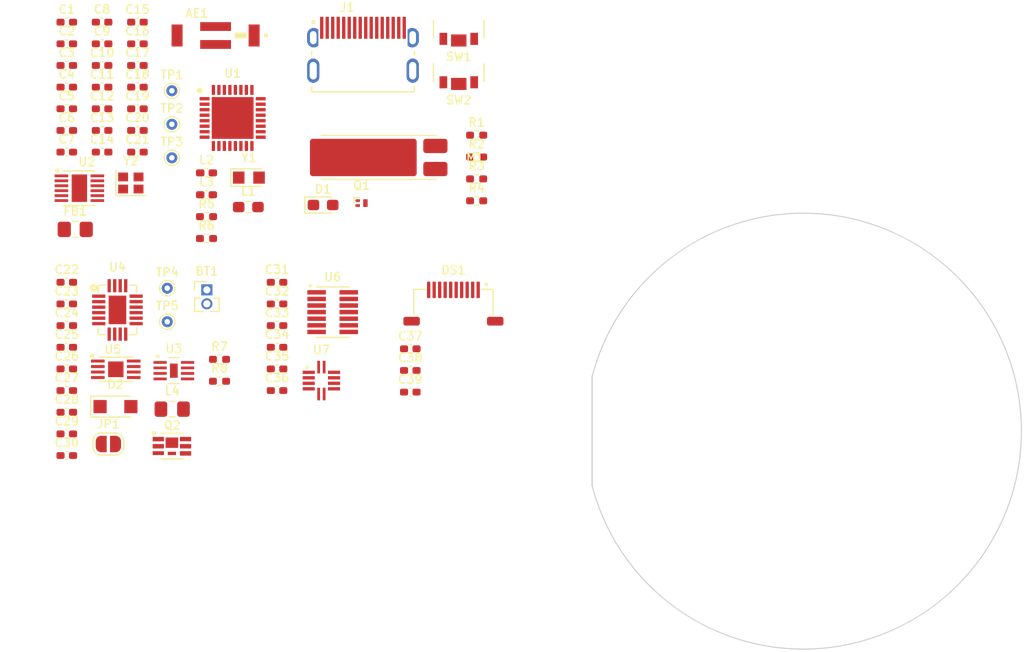
<source format=kicad_pcb>
(kicad_pcb (version 20221018) (generator pcbnew)
  (layers (0 "F.Cu" signal) (1 "In1.Cu" signal) (2 "In2.Cu" signal) (31 "B.Cu" signal) (34 "B.Paste" user) (35 "F.Paste" user) (36 "B.SilkS" user "B.Silkscreen") (37 "F.SilkS" user "F.Silkscreen") (38 "B.Mask" user) (39 "F.Mask" user) (44 "Edge.Cuts" user))
  (net 0 "")
  (net 1 "Net-(AE1-A)")
  (net 2 "/Power/VBAT")
  (net 3 "GND")
  (net 4 "VDD")
  (net 5 "VBUS")
  (net 6 "/Power/BOOST_VCC")
  (net 7 "/Power/STAT")
  (net 8 "/BLUENRG/VCAP")
  (net 9 "/BTN0")
  (net 10 "/BTN1")
  (net 11 "Net-(U1-VFBSD)")
  (net 12 "/BLUENRG/D_P")
  (net 13 "/BLUENRG/D_N")
  (net 14 "/MOTOR_PWM")
  (net 15 "/BLUENRG/USB_3V3")
  (net 16 "Net-(U1-AT3{slash}PB12{slash}XTALO)")
  (net 17 "Net-(U1-AT2{slash}PB13{slash}XTALI)")
  (net 18 "Net-(U1-RF1)")
  (net 19 "/BLUENRG/DISP_ON")
  (net 20 "/BLUENRG/DISP_SCLK")
  (net 21 "/BLUENRG/DISP_SDO")
  (net 22 "Net-(U2-VCC)")
  (net 23 "Net-(U4-SW1)")
  (net 24 "Net-(U4-BST1)")
  (net 25 "Net-(U4-BST2)")
  (net 26 "Net-(U4-SW2)")
  (net 27 "Net-(D2-K)")
  (net 28 "Net-(JP1-A)")
  (net 29 "Net-(U6-VREF)")
  (net 30 "Net-(U6-VLDO)")
  (net 32 "/BLUENRG/DISP_INVERT")
  (net 33 "Net-(U1-VLXSD)")
  (net 34 "Net-(J1-CC1)")
  (net 36 "Net-(J1-CC2)")
  (net 38 "Net-(L1-Pad2)")
  (net 39 "Net-(D1-A)")
  (net 40 "Net-(Q1-G)")
  (net 41 "Net-(U2-USBDM)")
  (net 42 "Net-(U2-USBDP)")
  (net 43 "/SCL")
  (net 44 "/SDA")
  (net 45 "Net-(U5-PROG)")
  (net 46 "Net-(U1-RSTN)")
  (net 47 "Net-(U1-PA3)")
  (net 48 "Net-(U1-PA2)")
  (net 53 "Net-(U4-PGOOD)")
  (net 67 "Net-(U1-OSCOUT)")
  (net 68 "Net-(U1-OSCIN)")
  (net 75 "/BLUENRG/RXD")
  (net 76 "/BLUENRG/~{CTS}")
  (net 77 "/BLUENRG/TXD")
  (net 78 "/BLUENRG/~{RTS}")
  (net 79 "/BLUENRG/~{BAT_ALRT}")
  (net 80 "/BLUENRG/HR_GPIO")
  (net 81 "/BLUENRG/HR_INT")
  (net 82 "/BLUENRG/ACC_INT1")
  (net 83 "/BLUENRG/ACC_INT2")
  (footprint "TestPoint:TestPoint_THTPad_D1.0mm_Drill0.5mm" (layer "F.Cu") (at 82.144 87)
    (fp_text reference "TP4" (at 0 -1.448) (layer "F.SilkS") (effects (font (size 0.762 0.762) (thickness 0.127))))
    (fp_text value "VDD")
    (pad "1" thru_hole circle (at 0 0) (size 1 1) (drill 0.5) (layers "*.Cu" "*.Mask") (net 28 "Net-(JP1-A)"))
  )
  (footprint "Capacitor_SMD:C_0402_1005Metric_Pad0.74x0.62mm_HandSolder" (layer "F.Cu") (at 92.124 94.34)
    (fp_text reference "C35" (at 0 -1.16) (layer "F.SilkS") (effects (font (size 0.762 0.762) (thickness 0.127))))
    (fp_text value "0.1u")
    (pad "1" smd roundrect (at -0.5675 0) (size 0.735 0.62) (layers "F.Cu" "F.Paste" "F.Mask") (net 4 "VDD"))
    (pad "2" smd roundrect (at 0.5675 0) (size 0.735 0.62) (layers "F.Cu" "F.Paste" "F.Mask") (net 3 "GND"))
  )
  (footprint "Capacitor_SMD:C_0402_1005Metric_Pad0.74x0.62mm_HandSolder" (layer "F.Cu") (at 73.014 62.8)
    (fp_text reference "C1" (at 0 -1.16) (layer "F.SilkS") (effects (font (size 0.762 0.762) (thickness 0.127))))
    (fp_text value "200nF")
    (pad "1" smd roundrect (at -0.5675 0) (size 0.735 0.62) (layers "F.Cu" "F.Paste" "F.Mask") (net 4 "VDD"))
    (pad "2" smd roundrect (at 0.5675 0) (size 0.735 0.62) (layers "F.Cu" "F.Paste" "F.Mask") (net 3 "GND"))
  )
  (footprint "Capacitor_SMD:C_0402_1005Metric_Pad0.74x0.62mm_HandSolder" (layer "F.Cu") (at 73.014 98.28)
    (fp_text reference "C28" (at 0 -1.16) (layer "F.SilkS") (effects (font (size 0.762 0.762) (thickness 0.127))))
    (fp_text value "4.7u")
    (pad "1" smd roundrect (at -0.5675 0) (size 0.735 0.62) (layers "F.Cu" "F.Paste" "F.Mask") (net 6 "/Power/BOOST_VCC"))
    (pad "2" smd roundrect (at 0.5675 0) (size 0.735 0.62) (layers "F.Cu" "F.Paste" "F.Mask") (net 3 "GND"))
  )
  (footprint "Inductor_SMD:L_0805_2012Metric_Pad1.15x1.40mm_HandSolder" (layer "F.Cu") (at 82.594 98)
    (fp_text reference "L4" (at 0 -1.65) (layer "F.SilkS") (effects (font (size 0.762 0.762) (thickness 0.127))))
    (fp_text value "4.7u")
    (pad "1" smd roundrect (at -1.025 0) (size 1.15 1.4) (layers "F.Cu" "F.Paste" "F.Mask") (roundrect_rratio 0.217391) (net 23 "Net-(U4-SW1)"))
    (pad "2" smd roundrect (at 1.025 0) (size 1.15 1.4) (layers "F.Cu" "F.Paste" "F.Mask") (roundrect_rratio 0.217391) (net 26 "Net-(U4-SW2)"))
  )
  (footprint "Capacitor_SMD:C_0402_1005Metric_Pad0.74x0.62mm_HandSolder" (layer "F.Cu") (at 79.434 64.77)
    (fp_text reference "C16" (at 0 -1.16) (layer "F.SilkS") (effects (font (size 0.762 0.762) (thickness 0.127))))
    (fp_text value "100nF")
    (pad "1" smd roundrect (at -0.5675 0) (size 0.735 0.62) (layers "F.Cu" "F.Paste" "F.Mask") (net 15 "/BLUENRG/USB_3V3"))
    (pad "2" smd roundrect (at 0.5675 0) (size 0.735 0.62) (layers "F.Cu" "F.Paste" "F.Mask") (net 3 "GND"))
  )
  (footprint "watch:MAX17048G&plus_" (layer "F.Cu") (at 82.744 94.5)
    (fp_text reference "U3" (at 0 -2) (layer "F.SilkS") (effects (font (size 0.762 0.762) (thickness 0.127))))
    (fp_text value "MAX17048G+")
    (pad "1" smd rect (at -1.24885 -0.750001) (size 1.2023 0.254) (layers "F.Cu" "F.Paste" "F.Mask") (net 3 "GND"))
    (pad "2" smd rect (at -1.24885 -0.25) (size 1.2023 0.254) (layers "F.Cu" "F.Paste" "F.Mask") (net 2 "/Power/VBAT"))
    (pad "3" smd rect (at -1.24885 0.25) (size 1.2023 0.254) (layers "F.Cu" "F.Paste" "F.Mask") (net 2 "/Power/VBAT"))
    (pad "4" smd rect (at -1.24885 0.750001) (size 1.2023 0.254) (layers "F.Cu" "F.Paste" "F.Mask") (net 3 "GND"))
    (pad "5" smd rect (at 1.24885 0.750001) (size 1.2023 0.254) (layers "F.Cu" "F.Paste" "F.Mask") (net 79 "/BLUENRG/~{BAT_ALRT}"))
    (pad "6" smd rect (at 1.24885 0.25) (size 1.2023 0.254) (layers "F.Cu" "F.Paste" "F.Mask") (net 3 "GND"))
    (pad "7" smd rect (at 1.24885 -0.25) (size 1.2023 0.254) (layers "F.Cu" "F.Paste" "F.Mask") (net 43 "/SCL"))
    (pad "8" smd rect (at 1.24885 -0.749998) (size 1.2023 0.253994) (layers "F.Cu" "F.Paste" "F.Mask") (net 44 "/SDA"))
    (pad "9" smd rect (at 0 0) (size 0.7 1.2954) (layers "F.Cu" "F.Paste" "F.Mask") (net 3 "GND"))
  )
  (footprint "Capacitor_SMD:C_0402_1005Metric_Pad0.74x0.62mm_HandSolder" (layer "F.Cu") (at 76.224 72.65)
    (fp_text reference "C13" (at 0 -1.16) (layer "F.SilkS") (effects (font (size 0.762 0.762) (thickness 0.127))))
    (fp_text value "10nF")
    (pad "1" smd roundrect (at -0.5675 0) (size 0.735 0.62) (layers "F.Cu" "F.Paste" "F.Mask") (net 5 "VBUS"))
    (pad "2" smd roundrect (at 0.5675 0) (size 0.735 0.62) (layers "F.Cu" "F.Paste" "F.Mask") (net 3 "GND"))
  )
  (footprint "Resistor_SMD:R_0402_1005Metric_Pad0.72x0.64mm_HandSolder" (layer "F.Cu") (at 110.264 77.06)
    (fp_text reference "R3" (at 0 -1.17) (layer "F.SilkS") (effects (font (size 0.762 0.762) (thickness 0.127))))
    (fp_text value "220")
    (pad "1" smd roundrect (at -0.5975 0) (size 0.715 0.64) (layers "F.Cu" "F.Paste" "F.Mask") (net 14 "/MOTOR_PWM"))
    (pad "2" smd roundrect (at 0.5975 0) (size 0.715 0.64) (layers "F.Cu" "F.Paste" "F.Mask") (net 40 "Net-(Q1-G)"))
  )
  (footprint "Capacitor_SMD:C_0402_1005Metric_Pad0.74x0.62mm_HandSolder" (layer "F.Cu") (at 73.014 102.22)
    (fp_text reference "C30" (at 0 -1.16) (layer "F.SilkS") (effects (font (size 0.762 0.762) (thickness 0.127))))
    (fp_text value "4.7u")
    (pad "1" smd roundrect (at -0.5675 0) (size 0.735 0.62) (layers "F.Cu" "F.Paste" "F.Mask") (net 2 "/Power/VBAT"))
    (pad "2" smd roundrect (at 0.5675 0) (size 0.735 0.62) (layers "F.Cu" "F.Paste" "F.Mask") (net 3 "GND"))
  )
  (footprint "Resistor_SMD:R_0402_1005Metric_Pad0.72x0.64mm_HandSolder" (layer "F.Cu") (at 110.264 79.05)
    (fp_text reference "R4" (at 0 -1.17) (layer "F.SilkS") (effects (font (size 0.762 0.762) (thickness 0.127))))
    (fp_text value "10k")
    (pad "1" smd roundrect (at -0.5975 0) (size 0.715 0.64) (layers "F.Cu" "F.Paste" "F.Mask") (net 40 "Net-(Q1-G)"))
    (pad "2" smd roundrect (at 0.5975 0) (size 0.715 0.64) (layers "F.Cu" "F.Paste" "F.Mask") (net 3 "GND"))
  )
  (footprint "Capacitor_SMD:C_0402_1005Metric_Pad0.74x0.62mm_HandSolder" (layer "F.Cu") (at 73.014 92.37)
    (fp_text reference "C25" (at 0 -1.16) (layer "F.SilkS") (effects (font (size 0.762 0.762) (thickness 0.127))))
    (fp_text value "47u")
    (pad "1" smd roundrect (at -0.5675 0) (size 0.735 0.62) (layers "F.Cu" "F.Paste" "F.Mask") (net 27 "Net-(D2-K)"))
    (pad "2" smd roundrect (at 0.5675 0) (size 0.735 0.62) (layers "F.Cu" "F.Paste" "F.Mask") (net 3 "GND"))
  )
  (footprint "Capacitor_SMD:C_0402_1005Metric_Pad0.74x0.62mm_HandSolder" (layer "F.Cu") (at 73.014 74.62)
    (fp_text reference "C7" (at 0 -1.16) (layer "F.SilkS") (effects (font (size 0.762 0.762) (thickness 0.127))))
    (fp_text value "200nF")
    (pad "1" smd roundrect (at -0.5675 0) (size 0.735 0.62) (layers "F.Cu" "F.Paste" "F.Mask") (net 8 "/BLUENRG/VCAP"))
    (pad "2" smd roundrect (at 0.5675 0) (size 0.735 0.62) (layers "F.Cu" "F.Paste" "F.Mask") (net 3 "GND"))
  )
  (footprint "Capacitor_SMD:C_0402_1005Metric_Pad0.74x0.62mm_HandSolder" (layer "F.Cu") (at 73.014 88.43)
    (fp_text reference "C23" (at 0 -1.16) (layer "F.SilkS") (effects (font (size 0.762 0.762) (thickness 0.127))))
    (fp_text value "22n")
    (pad "1" smd roundrect (at -0.5675 0) (size 0.735 0.62) (layers "F.Cu" "F.Paste" "F.Mask") (net 23 "Net-(U4-SW1)"))
    (pad "2" smd roundrect (at 0.5675 0) (size 0.735 0.62) (layers "F.Cu" "F.Paste" "F.Mask") (net 24 "Net-(U4-BST1)"))
  )
  (footprint "Diode_SMD:D_0603_1608Metric_Pad1.05x0.95mm_HandSolder" (layer "F.Cu") (at 96.309 79.43)
    (fp_text reference "D1" (at 0 -1.43) (layer "F.SilkS") (effects (font (size 0.762 0.762) (thickness 0.127))))
    (fp_text value "D")
    (pad "1" smd roundrect (at -0.875 0) (size 1.05 0.95) (layers "F.Cu" "F.Paste" "F.Mask") (net 4 "VDD"))
    (pad "2" smd roundrect (at 0.875 0) (size 1.05 0.95) (layers "F.Cu" "F.Paste" "F.Mask") (net 39 "Net-(D1-A)"))
  )
  (footprint "Crystal:Crystal_SMD_2016-4Pin_2.0x1.6mm" (layer "F.Cu") (at 78.834 77.43)
    (fp_text reference "Y2" (at 0 -2) (layer "F.SilkS") (effects (font (size 0.762 0.762) (thickness 0.127))))
    (fp_text value "Crystal_Small")
    (pad "1" smd rect (at -0.7 0.55) (size 0.9 0.8) (layers "F.Cu" "F.Paste" "F.Mask") (net 67 "Net-(U1-OSCOUT)"))
    (pad "2" smd rect (at 0.7 0.55) (size 0.9 0.8) (layers "F.Cu" "F.Paste" "F.Mask") (net 68 "Net-(U1-OSCIN)"))
    (pad "3" smd rect (at 0.7 -0.55) (size 0.9 0.8) (layers "F.Cu" "F.Paste" "F.Mask"))
    (pad "4" smd rect (at -0.7 -0.55) (size 0.9 0.8) (layers "F.Cu" "F.Paste" "F.Mask"))
  )
  (footprint "watch:VZ43FC1B5640005L" (layer "F.Cu") (at 105.114 75.11)
    (fp_text reference "M1" (at 5 0 unlocked) (layer "F.SilkS") (effects (font (size 0.762 0.762) (thickness 0.127) bold)))
    (fp_text value "VZ43FC1B5640005L")
    (pad "1" smd roundrect (at 1.4 -1.05) (size 2.2 1.3) (layers "F.Cu" "F.Paste" "F.Mask") (roundrect_rratio 0.1923076923) (net 4 "VDD"))
    (pad "2" smd roundrect (at 1.4 1.05) (size 2.2 1.3) (layers "F.Cu" "F.Paste" "F.Mask") (roundrect_rratio 0.1923076923) (net 39 "Net-(D1-A)"))
    (pad "MT" smd roundrect (at -5.15 0) (size 9.7 3.4) (layers "F.Cu" "F.Paste" "F.Mask") (roundrect_rratio 0.07352941176))
  )
  (footprint "Capacitor_SMD:C_0402_1005Metric_Pad0.74x0.62mm_HandSolder" (layer "F.Cu") (at 92.124 90.4)
    (fp_text reference "C33" (at 0 -1.16) (layer "F.SilkS") (effects (font (size 0.762 0.762) (thickness 0.127))))
    (fp_text value "1u")
    (pad "1" smd roundrect (at -0.5675 0) (size 0.735 0.62) (layers "F.Cu" "F.Paste" "F.Mask") (net 3 "GND"))
    (pad "2" smd roundrect (at 0.5675 0) (size 0.735 0.62) (layers "F.Cu" "F.Paste" "F.Mask") (net 29 "Net-(U6-VREF)"))
  )
  (footprint "Capacitor_SMD:C_0402_1005Metric_Pad0.74x0.62mm_HandSolder" (layer "F.Cu") (at 76.224 66.74)
    (fp_text reference "C10" (at 0 -1.16) (layer "F.SilkS") (effects (font (size 0.762 0.762) (thickness 0.127))))
    (fp_text value "4.7uF")
    (pad "1" smd roundrect (at -0.5675 0) (size 0.735 0.62) (layers "F.Cu" "F.Paste" "F.Mask") (net 11 "Net-(U1-VFBSD)"))
    (pad "2" smd roundrect (at 0.5675 0) (size 0.735 0.62) (layers "F.Cu" "F.Paste" "F.Mask") (net 3 "GND"))
  )
  (footprint "Capacitor_SMD:C_0402_1005Metric_Pad0.74x0.62mm_HandSolder" (layer "F.Cu") (at 73.014 90.4)
    (fp_text reference "C24" (at 0 -1.16) (layer "F.SilkS") (effects (font (size 0.762 0.762) (thickness 0.127))))
    (fp_text value "22n")
    (pad "1" smd roundrect (at -0.5675 0) (size 0.735 0.62) (layers "F.Cu" "F.Paste" "F.Mask") (net 25 "Net-(U4-BST2)"))
    (pad "2" smd roundrect (at 0.5675 0) (size 0.735 0.62) (layers "F.Cu" "F.Paste" "F.Mask") (net 26 "Net-(U4-SW2)"))
  )
  (footprint "TestPoint:TestPoint_THTPad_D1.0mm_Drill0.5mm" (layer "F.Cu") (at 82.564 75.14)
    (fp_text reference "TP3" (at 0 -1.448) (layer "F.SilkS") (effects (font (size 0.762 0.762) (thickness 0.127))))
    (fp_text value "SWDIO")
    (pad "1" thru_hole circle (at 0 0) (size 1 1) (drill 0.5) (layers "*.Cu" "*.Mask") (net 48 "Net-(U1-PA2)"))
  )
  (footprint "Diode_SMD:Nexperia_CFP3_SOD-123W" (layer "F.Cu") (at 77.439 97.77)
    (fp_text reference "D2" (at 0 -2) (layer "F.SilkS") (effects (font (size 0.762 0.762) (thickness 0.127))))
    (fp_text value "PMEG10020AELR")
    (pad "1" smd rect (at -1.4 0) (size 1.2 1.2) (layers "F.Cu" "F.Paste" "F.Mask") (net 27 "Net-(D2-K)"))
    (pad "2" smd rect (at 1.4 0) (size 1.2 1.2) (layers "F.Cu" "F.Paste" "F.Mask") (net 5 "VBUS"))
  )
  (footprint "watch:BLUERNG-332" (layer "F.Cu") (at 88.089 71.515)
    (fp_text reference "U1" (at 0 -4.064) (layer "F.SilkS") (effects (font (size 0.762 0.762) (thickness 0.127) bold)))
    (fp_text value "BLUENRG-LPS" hide)
    (pad "1" smd rect (at -2.55 -1.75 90) (size 0.3 0.9) (layers "F.Cu" "F.Paste" "F.Mask"))
    (pad "2" smd rect (at -2.55 -1.25 90) (size 0.3 0.9) (layers "F.Cu" "F.Paste" "F.Mask"))
    (pad "3" smd rect (at -2.55 -0.75 90) (size 0.3 0.9) (layers "F.Cu" "F.Paste" "F.Mask"))
    (pad "4" smd rect (at -2.55 -0.25 90) (size 0.3 0.9) (layers "F.Cu" "F.Paste" "F.Mask"))
    (pad "5" smd rect (at -2.55 0.25 90) (size 0.3 0.9) (layers "F.Cu" "F.Paste" "F.Mask") (net 47 "Net-(U1-PA3)"))
    (pad "6" smd rect (at -2.55 0.75 90) (size 0.3 0.9) (layers "F.Cu" "F.Paste" "F.Mask") (net 48 "Net-(U1-PA2)"))
    (pad "7" smd rect (at -2.55 1.25 90) (size 0.3 0.9) (layers "F.Cu" "F.Paste" "F.Mask"))
    (pad "8" smd rect (at -2.55 1.75 90) (size 0.3 0.9) (layers "F.Cu" "F.Paste" "F.Mask"))
    (pad "9" smd rect (at -1.75 2.55) (size 0.3 0.9) (layers "F.Cu" "F.Paste" "F.Mask"))
    (pad "10" smd rect (at -1.25 2.55) (size 0.3 0.9) (layers "F.Cu" "F.Paste" "F.Mask"))
    (pad "11" smd rect (at -0.75 2.55) (size 0.3 0.9) (layers "F.Cu" "F.Paste" "F.Mask"))
    (pad "12" smd rect (at -0.25 2.55) (size 0.3 0.9) (layers "F.Cu" "F.Paste" "F.Mask"))
    (pad "13" smd rect (at 0.25 2.55) (size 0.3 0.9) (layers "F.Cu" "F.Paste" "F.Mask") (net 4 "VDD"))
    (pad "14" smd rect (at 0.75 2.55) (size 0.3 0.9) (layers "F.Cu" "F.Paste" "F.Mask") (net 18 "Net-(U1-RF1)"))
    (pad "15" smd rect (at 1.25 2.55) (size 0.3 0.9) (layers "F.Cu" "F.Paste" "F.Mask") (net 4 "VDD"))
    (pad "16" smd rect (at 1.75 2.55) (size 0.3 0.9) (layers "F.Cu" "F.Paste" "F.Mask") (net 67 "Net-(U1-OSCOUT)"))
    (pad "17" smd rect (at 2.55 1.75 90) (size 0.3 0.9) (layers "F.Cu" "F.Paste" "F.Mask") (net 68 "Net-(U1-OSCIN)"))
    (pad "18" smd rect (at 2.55 1.25 90) (size 0.3 0.9) (layers "F.Cu" "F.Paste" "F.Mask"))
    (pad "19" smd rect (at 2.55 0.75 90) (size 0.3 0.9) (layers "F.Cu" "F.Paste" "F.Mask"))
    (pad "20" smd rect (at 2.55 0.25 90) (size 0.3 0.9) (layers "F.Cu" "F.Paste" "F.Mask") (net 17 "Net-(U1-AT2{slash}PB13{slash}XTALI)"))
    (pad "21" smd rect (at 2.55 -0.25 90) (size 0.3 0.9) (layers "F.Cu" "F.Paste" "F.Mask") (net 16 "Net-(U1-AT3{slash}PB12{slash}XTALO)"))
    (pad "22" smd rect (at 2.55 -0.75 90) (size 0.3 0.9) (layers "F.Cu" "F.Paste" "F.Mask"))
    (pad "23" smd rect (at 2.55 -1.25 90) (size 0.3 0.9) (layers "F.Cu" "F.Paste" "F.Mask"))
    (pad "24" smd rect (at 2.55 -1.75 90) (size 0.3 0.9) (layers "F.Cu" "F.Paste" "F.Mask") (net 4 "VDD"))
    (pad "25" smd rect (at 1.75 -2.55) (size 0.3 0.9) (layers "F.Cu" "F.Paste" "F.Mask") (net 33 "Net-(U1-VLXSD)"))
    (pad "26" smd rect (at 1.25 -2.55) (size 0.3 0.9) (layers "F.Cu" "F.Paste" "F.Mask") (net 3 "GND"))
    (pad "27" smd rect (at 0.75 -2.55) (size 0.3 0.9) (layers "F.Cu" "F.Paste" "F.Mask") (net 11 "Net-(U1-VFBSD)"))
    (pad "28" smd rect (at 0.25 -2.55) (size 0.3 0.9) (layers "F.Cu" "F.Paste" "F.Mask") (net 8 "/BLUENRG/VCAP"))
    (pad "29" smd rect (at -0.25 -2.55) (size 0.3 0.9) (layers "F.Cu" "F.Paste" "F.Mask") (net 46 "Net-(U1-RSTN)"))
    (pad "30" smd rect (at -0.75 -2.55) (size 0.3 0.9) (layers "F.Cu" "F.Paste" "F.Mask"))
    (pad "31" smd rect (at -1.25 -2.55) (size 0.3 0.9) (layers "F.Cu" "F.Paste" "F.Mask"))
    (pad "32" smd rect (at -1.75 -2.55) (size 0.3 0.9) (layers "F.Cu" "F.Paste" "F.Mask") (net 4 "VDD"))
    (pad "33" smd rect (at 0 0) (size 3.8 3.8) (layers "F.Cu" "F.Paste" "F.Mask") (net 3 "GND"))
  )
  (footprint "Resistor_SMD:R_0402_1005Metric_Pad0.72x0.64mm_HandSolder" (layer "F.Cu") (at 110.264 73.08)
    (fp_text reference "R1" (at 0 -1.17) (layer "F.SilkS") (effects (font (size 0.762 0.762) (thickness 0.127))))
    (fp_text value "5.1k")
    (pad "1" smd roundrect (at -0.5975 0) (size 0.715 0.64) (layers "F.Cu" "F.Paste" "F.Mask") (net 34 "Net-(J1-CC1)"))
    (pad "2" smd roundrect (at 0.5975 0) (size 0.715 0.64) (layers "F.Cu" "F.Paste" "F.Mask") (net 3 "GND"))
  )
  (footprint "watch:SW_TL6340AF160Q" (layer "F.Cu") (at 108.639 63.34)
    (fp_text reference "SW1" (at 0 2.6 unlocked) (layer "F.SilkS") (effects (font (size 0.762 0.762) (thickness 0.127) bold)))
    (fp_text value "TL6340AF160Q")
    (pad "" np_thru_hole circle (at -1.825 -0.37) (size 0.5 0.5) (drill 0.6) (layers "F.Cu" "F.Mask"))
    (pad "" np_thru_hole circle (at 1.825 -0.37) (size 0.5 0.5) (drill 0.6) (layers "F.Cu" "F.Mask"))
    (pad "1" smd rect (at -1.4 0.98) (size 0.7 1.1) (layers "F.Cu" "F.Paste" "F.Mask") (net 9 "/BTN0"))
    (pad "2" smd rect (at 1.4 0.98) (size 0.7 1.1) (layers "F.Cu" "F.Paste" "F.Mask") (net 3 "GND"))
    (pad "MT" smd rect (at 0 1.13) (size 1.4 1.1) (layers "F.Cu" "F.Paste" "F.Mask"))
  )
  (footprint "watch:SW_TL6340AF160Q" (layer "F.Cu") (at 108.639 67.29)
    (fp_text reference "SW2" (at 0 2.6 unlocked) (layer "F.SilkS") (effects (font (size 0.762 0.762) (thickness 0.127) bold)))
    (fp_text value "TL6340AF160Q")
    (pad "" np_thru_hole circle (at -1.825 -0.37) (size 0.5 0.5) (drill 0.6) (layers "F.Cu" "F.Mask"))
    (pad "" np_thru_hole circle (at 1.825 -0.37) (size 0.5 0.5) (drill 0.6) (layers "F.Cu" "F.Mask"))
    (pad "1" smd rect (at -1.4 0.98) (size 0.7 1.1) (layers "F.Cu" "F.Paste" "F.Mask") (net 10 "/BTN1"))
    (pad "2" smd rect (at 1.4 0.98) (size 0.7 1.1) (layers "F.Cu" "F.Paste" "F.Mask") (net 3 "GND"))
    (pad "MT" smd rect (at 0 1.13) (size 1.4 1.1) (layers "F.Cu" "F.Paste" "F.Mask"))
  )
  (footprint "watch:TRANS_SSM6J501NU,LF" (layer "F.Cu") (at 82.569 101.375)
    (fp_text reference "Q2" (at 0.032 -1.9064) (layer "F.SilkS") (effects (font (size 0.762 0.762) (thickness 0.127))))
    (fp_text value "SSM6J501NU")
    (pad "1" smd rect (at -1.2375 -0.65) (size 1.025 0.4) (layers "F.Cu" "F.Paste" "F.Mask") (net 2 "/Power/VBAT"))
    (pad "1" smd rect (at -1.2375 0) (size 1.025 0.4) (layers "F.Cu" "F.Paste" "F.Mask") (net 2 "/Power/VBAT"))
    (pad "1" smd rect (at 0 -0.325) (size 1.15 0.95) (layers "F.Cu" "F.Paste" "F.Mask") (net 2 "/Power/VBAT"))
    (pad "1" smd rect (at 1.2375 -0.65 180) (size 1.025 0.4) (layers "F.Cu" "F.Paste" "F.Mask") (net 2 "/Power/VBAT"))
    (pad "1" smd rect (at 1.2375 0 180) (size 1.025 0.4) (layers "F.Cu" "F.Paste" "F.Mask") (net 2 "/Power/VBAT"))
    (pad "2" smd rect (at -1.2375 0.625) (size 1.025 0.35) (layers "F.Cu" "F.Paste" "F.Mask") (net 5 "VBUS"))
    (pad "3" smd rect (at 0 0.65) (size 0.75 0.3) (layers "F.Cu" "F.Paste" "F.Mask") (net 27 "Net-(D2-K)"))
    (pad "3" smd rect (at 1.2375 0.65 180) (size 1.025 0.4) (layers "F.Cu" "F.Paste" "F.Mask") (net 27 "Net-(D2-K)"))
  )
  (footprint "Capacitor_SMD:C_0402_1005Metric_Pad0.74x0.62mm_HandSolder" (layer "F.Cu") (at 92.124 92.37)
    (fp_text reference "C34" (at 0 -1.16) (layer "F.SilkS") (effects (font (size 0.762 0.762) (thickness 0.127))))
    (fp_text value "0.1u")
    (pad "1" smd roundrect (at -0.5675 0) (size 0.735 0.62) (layers "F.Cu" "F.Paste" "F.Mask") (net 4 "VDD"))
    (pad "2" smd roundrect (at 0.5675 0) (size 0.735 0.62) (layers "F.Cu" "F.Paste" "F.Mask") (net 3 "GND"))
  )
  (footprint "watch:SON45P300X300X80-13N" (layer "F.Cu") (at 74.159 77.905)
    (fp_text reference "U2" (at 0.675 -2.385) (layer "F.SilkS") (effects (font (size 0.762 0.762) (thickness 0.127))))
    (fp_text value "FT234XD-R" hide)
    (pad "1" smd roundrect (at -1.6325 -1.125) (size 1.235 0.25) (layers "F.Cu" "F.Paste" "F.Mask") (roundrect_rratio 0.03) (net 41 "Net-(U2-USBDM)"))
    (pad "2" smd roundrect (at -1.6325 -0.675) (size 1.235 0.25) (layers "F.Cu" "F.Paste" "F.Mask") (roundrect_rratio 0.03) (net 15 "/BLUENRG/USB_3V3"))
    (pad "3" smd roundrect (at -1.6325 -0.225) (size 1.235 0.25) (layers "F.Cu" "F.Paste" "F.Mask") (roundrect_rratio 0.03) (net 15 "/BLUENRG/USB_3V3"))
    (pad "4" smd roundrect (at -1.6325 0.225) (size 1.235 0.25) (layers "F.Cu" "F.Paste" "F.Mask") (roundrect_rratio 0.03) (net 22 "Net-(U2-VCC)"))
    (pad "5" smd roundrect (at -1.6325 0.675) (size 1.235 0.25) (layers "F.Cu" "F.Paste" "F.Mask") (roundrect_rratio 0.03) (net 3 "GND"))
    (pad "6" smd roundrect (at -1.6325 1.125) (size 1.235 0.25) (layers "F.Cu" "F.Paste" "F.Mask") (roundrect_rratio 0.03))
    (pad "7" smd roundrect (at 1.6325 1.125) (size 1.235 0.25) (layers "F.Cu" "F.Paste" "F.Mask") (roundrect_rratio 0.03) (net 75 "/BLUENRG/RXD"))
    (pad "8" smd roundrect (at 1.6325 0.675) (size 1.235 0.25) (layers "F.Cu" "F.Paste" "F.Mask") (roundrect_rratio 0.03) (net 76 "/BLUENRG/~{CTS}"))
    (pad "9" smd roundrect (at 1.6325 0.225) (size 1.235 0.25) (layers "F.Cu" "F.Paste" "F.Mask") (roundrect_rratio 0.03) (net 15 "/BLUENRG/USB_3V3"))
    (pad "10" smd roundrect (at 1.6325 -0.225) (size 1.235 0.25) (layers "F.Cu" "F.Paste" "F.Mask") (roundrect_rratio 0.03) (net 77 "/BLUENRG/TXD"))
    (pad "11" smd roundrect (at 1.6325 -0.675) (size 1.235 0.25) (layers "F.Cu" "F.Paste" "F.Mask") (roundrect_rratio 0.03) (net 78 "/BLUENRG/~{RTS}"))
    (pad "12" smd roundrect (at 1.6325 -1.125) (size 1.235 0.25) (layers "F.Cu" "F.Paste" "F.Mask") (roundrect_rratio 0.03) (net 42 "Net-(U2-USBDP)"))
    (pad "13" smd rect (at 0 0) (size 1.4 2.5) (layers "F.Cu" "F.Mask") (net 3 "GND"))
  )
  (footprint "Capacitor_SMD:C_0402_1005Metric_Pad0.74x0.62mm_HandSolder" (layer "F.Cu") (at 73.014 64.77)
    (fp_text reference "C2" (at 0 -1.16) (layer "F.SilkS") (effects (font (size 0.762 0.762) (thickness 0.127))))
    (fp_text value "200nF")
    (pad "1" smd roundrect (at -0.5675 0) (size 0.735 0.62) (layers "F.Cu" "F.Paste" "F.Mask") (net 4 "VDD"))
    (pad "2" smd roundrect (at 0.5675 0) (size 0.735 0.62) (layers "F.Cu" "F.Paste" "F.Mask") (net 3 "GND"))
  )
  (footprint "Capacitor_SMD:C_0402_1005Metric_Pad0.74x0.62mm_HandSolder" (layer "F.Cu") (at 73.014 96.31)
    (fp_text reference "C27" (at 0 -1.16) (layer "F.SilkS") (effects (font (size 0.762 0.762) (thickness 0.127))))
    (fp_text value "33u")
    (pad "1" smd roundrect (at -0.5675 0) (size 0.735 0.62) (layers "F.Cu" "F.Paste" "F.Mask") (net 28 "Net-(JP1-A)"))
    (pad "2" smd roundrect (at 0.5675 0) (size 0.735 0.62) (layers "F.Cu" "F.Paste" "F.Mask") (net 3 "GND"))
  )
  (footprint "Resistor_SMD:R_0805_2012Metric_Pad1.20x1.40mm_HandSolder" (layer "F.Cu") (at 73.784 81.65)
    (fp_text reference "FB1" (at 0 -1.65) (layer "F.SilkS") (effects (font (size 0.762 0.762) (thickness 0.127))))
    (fp_text value "MI0805K601R-10")
    (pad "1" smd roundrect (at -1 0) (size 1.2 1.4) (layers "F.Cu" "F.Paste" "F.Mask") (roundrect_rratio 0.208333) (net 22 "Net-(U2-VCC)"))
    (pad "2" smd roundrect (at 1 0) (size 1.2 1.4) (layers "F.Cu" "F.Paste" "F.Mask") (roundrect_rratio 0.208333) (net 5 "VBUS"))
  )
  (footprint "Capacitor_SMD:C_0402_1005Metric_Pad0.74x0.62mm_HandSolder" (layer "F.Cu") (at 79.434 68.71)
    (fp_text reference "C18" (at 0 -1.16) (layer "F.SilkS") (effects (font (size 0.762 0.762) (thickness 0.127))))
    (fp_text value "8.2pF")
    (pad "1" smd roundrect (at -0.5675 0) (size 0.735 0.62) (layers "F.Cu" "F.Paste" "F.Mask") (net 17 "Net-(U1-AT2{slash}PB13{slash}XTALI)"))
    (pad "2" smd roundrect (at 0.5675 0) (size 0.735 0.62) (layers "F.Cu" "F.Paste" "F.Mask") (net 3 "GND"))
  )
  (footprint "Crystal:Crystal_SMD_2012-2Pin_2.0x1.2mm_HandSoldering" (layer "F.Cu") (at 89.564 76.94)
    (fp_text reference "Y1" (at 0 -1.8) (layer "F.SilkS") (effects (font (size 0.762 0.762) (thickness 0.127))))
    (fp_text value "Crystal_Small")
    (pad "1" smd rect (at -0.925 0) (size 1.05 1.1) (layers "F.Cu" "F.Paste" "F.Mask") (net 17 "Net-(U1-AT2{slash}PB13{slash}XTALI)"))
    (pad "2" smd rect (at 0.925 0) (size 1.05 1.1) (layers "F.Cu" "F.Paste" "F.Mask") (net 16 "Net-(U1-AT3{slash}PB12{slash}XTALO)"))
  )
  (footprint "TestPoint:TestPoint_THTPad_D1.0mm_Drill0.5mm" (layer "F.Cu") (at 82.564 72.09)
    (fp_text reference "TP2" (at 0 -1.448) (layer "F.SilkS") (effects (font (size 0.762 0.762) (thickness 0.127))))
    (fp_text value "SWDCLK")
    (pad "1" thru_hole circle (at 0 0) (size 1 1) (drill 0.5) (layers "*.Cu" "*.Mask") (net 47 "Net-(U1-PA3)"))
  )
  (footprint "Capacitor_SMD:C_0402_1005Metric_Pad0.74x0.62mm_HandSolder" (layer "F.Cu") (at 92.124 88.43)
    (fp_text reference "C32" (at 0 -1.16) (layer "F.SilkS") (effects (font (size 0.762 0.762) (thickness 0.127))))
    (fp_text value "0.1u")
    (pad "1" smd roundrect (at -0.5675 0) (size 0.735 0.62) (layers "F.Cu" "F.Paste" "F.Mask") (net 4 "VDD"))
    (pad "2" smd roundrect (at 0.5675 0) (size 0.735 0.62) (layers "F.Cu" "F.Paste" "F.Mask") (net 3 "GND"))
  )
  (footprint "Capacitor_SMD:C_0402_1005Metric_Pad0.74x0.62mm_HandSolder" (layer "F.Cu") (at 76.224 70.68)
    (fp_text reference "C12" (at 0 -1.16) (layer "F.SilkS") (effects (font (size 0.762 0.762) (thickness 0.127))))
    (fp_text value "100nF")
    (pad "1" smd roundrect (at -0.5675 0) (size 0.735 0.62) (layers "F.Cu" "F.Paste" "F.Mask") (net 22 "Net-(U2-VCC)"))
    (pad "2" smd roundrect (at 0.5675 0) (size 0.735 0.62) (layers "F.Cu" "F.Paste" "F.Mask") (net 3 "GND"))
  )
  (footprint "watch:XDCR_BMA456" (layer "F.Cu") (at 96.154 95.4)
    (fp_text reference "U7" (at 0 -2.8) (layer "F.SilkS") (effects (font (size 0.762 0.762) (thickness 0.127))))
    (fp_text value "BMA456")
    (pad "1" smd rect (at -1.15 -0.75) (size 1.1 0.3) (layers "F.Cu" "F.Paste") (net 3 "GND"))
    (pad "2" smd rect (at -1.15 -0.25) (size 1.1 0.3) (layers "F.Cu" "F.Paste") (net 43 "/SCL"))
    (pad "3" smd rect (at -1.15 0.25) (size 1.1 0.3) (layers "F.Cu" "F.Paste") (net 4 "VDD"))
    (pad "4" smd rect (at -1.15 0.75) (size 1.1 0.3) (layers "F.Cu" "F.Paste"))
    (pad "5" smd rect (at -0.25 1.225 270) (size 1.15 0.25) (layers "F.Cu" "F.Paste") (net 82 "/BLUENRG/ACC_INT1"))
    (pad "6" smd rect (at 0.25 1.225 270) (size 1.15 0.25) (layers "F.Cu" "F.Paste") (net 83 "/BLUENRG/ACC_INT2"))
    (pad "7" smd rect (at 1.15 0.75 180) (size 1.1 0.3) (layers "F.Cu" "F.Paste") (net 4 "VDD"))
    (pad "8" smd rect (at 1.15 0.25 180) (size 1.1 0.3) (layers "F.Cu" "F.Paste") (net 3 "GND"))
    (pad "9" smd rect (at 1.15 -0.25 180) (size 1.1 0.3) (layers "F.Cu" "F.Paste") (net 3 "GND"))
    (pad "10" smd rect (at 1.15 -0.75 180) (size 1.1 0.3) (layers "F.Cu" "F.Paste") (net 4 "VDD"))
    (pad "11" smd rect (at 0.25 -1.225 90) (size 1.15 0.25) (layers "F.Cu" "F.Paste"))
    (pad "12" smd rect (at -0.25 -1.225 90) (size 1.15 0.25) (layers "F.Cu" "F.Paste") (net 44 "/SDA"))
  )
  (footprint "Capacitor_SMD:C_0402_1005Metric_Pad0.74x0.62mm_HandSolder" (layer "F.Cu") (at 76.224 68.71)
    (fp_text reference "C11" (at 0 -1.16) (layer "F.SilkS") (effects (font (size 0.762 0.762) (thickness 0.127))))
    (fp_text value "4.7uF")
    (pad "1" smd roundrect (at -0.5675 0) (size 0.735 0.62) (layers "F.Cu" "F.Paste" "F.Mask") (net 22 "Net-(U2-VCC)"))
    (pad "2" smd roundrect (at 0.5675 0) (size 0.735 0.62) (layers "F.Cu" "F.Paste" "F.Mask") (net 3 "GND"))
  )
  (footprint "Capacitor_SMD:C_0402_1005Metric_Pad0.74x0.62mm_HandSolder" (layer "F.Cu") (at 76.224 62.8)
    (fp_text reference "C8" (at 0 -1.16) (layer "F.SilkS") (effects (font (size 0.762 0.762) (thickness 0.127))))
    (fp_text value "200nF")
    (pad "1" smd roundrect (at -0.5675 0) (size 0.735 0.62) (layers "F.Cu" "F.Paste" "F.Mask") (net 4 "VDD"))
    (pad "2" smd roundrect (at 0.5675 0) (size 0.735 0.62) (layers "F.Cu" "F.Paste" "F.Mask") (net 3 "GND"))
  )
  (footprint "watch:ANTENNA_2450AT43B100E" (layer "F.Cu") (at 86.539 64.015)
    (fp_text reference "AE1" (at -1.714265 -2.013025) (layer "F.SilkS") (effects (font (size 0.762 0.762) (thickness 0.127))))
    (fp_text value "2450AT43B100E")
    (pad "1" smd rect (at 3.5 0) (size 1 2) (layers "F.Cu" "F.Paste" "F.Mask") (net 1 "Net-(AE1-A)"))
    (pad "2" smd rect (at -3.5 0) (size 1 2) (layers "F.Cu" "F.Paste" "F.Mask"))
    (pad "3" smd rect (at 0 -0.815) (size 2.8 0.8) (layers "F.Cu" "F.Paste" "F.Mask"))
    (pad "4" smd rect (at 0 0.815) (size 2.8 0.8) (layers "F.Cu" "F.Paste" "F.Mask"))
  )
  (footprint "Capacitor_SMD:C_0402_1005Metric_Pad0.74x0.62mm_HandSolder" (layer "F.Cu") (at 104.234 92.51)
    (fp_text reference "C37" (at 0 -1.16) (layer "F.SilkS") (effects (font (size 0.762 0.762) (thickness 0.127))))
    (fp_text value "1u")
    (pad "1" smd roundrect (at -0.5675 0) (size 0.735 0.62) (layers "F.Cu" "F.Paste" "F.Mask") (net 4 "VDD"))
    (pad "2" smd roundrect (at 0.5675 0) (size 0.735 0.62) (layers "F.Cu" "F.Paste" "F.Mask") (net 3 "GND"))
  )
  (footprint "Inductor_SMD:L_0603_1608Metric_Pad1.05x0.95mm_HandSolder" (layer "F.Cu") (at 89.514 79.62)
    (fp_text reference "L1" (at 0 -1.43) (layer "F.SilkS") (effects (font (size 0.762 0.762) (thickness 0.127))))
    (fp_text value "10uH")
    (pad "1" smd roundrect (at -0.875 0) (size 1.05 0.95) (layers "F.Cu" "F.Paste" "F.Mask") (net 11 "Net-(U1-VFBSD)"))
    (pad "2" smd roundrect (at 0.875 0) (size 1.05 0.95) (layers "F.Cu" "F.Paste" "F.Mask") (net 38 "Net-(L1-Pad2)"))
  )
  (footprint "Capacitor_SMD:C_0402_1005Metric_Pad0.74x0.62mm_HandSolder" (layer "F.Cu") (at 76.224 74.62)
    (fp_text reference "C14" (at 0 -1.16) (layer "F.SilkS") (effects (font (size 0.762 0.762) (thickness 0.127))))
    (fp_text value "47pF")
    (pad "1" smd roundrect (at -0.5675 0) (size 0.735 0.62) (layers "F.Cu" "F.Paste" "F.Mask") (net 3 "GND"))
    (pad "2" smd roundrect (at 0.5675 0) (size 0.735 0.62) (layers "F.Cu" "F.Paste" "F.Mask") (net 12 "/BLUENRG/D_P"))
  )
  (footprint "watch:MOLEX_2130830005" (layer "F.Cu") (at 99.934 63.815)
    (fp_text reference "J1" (at -1.427 -2.36) (layer "F.SilkS") (effects (font (size 0.762 0.762) (thickness 0.127))))
    (fp_text value "USB_C_Receptacle_USB2.0" hide)
    (fp_poly (pts (xy -5.07 0.125) (xy -5.07 0.675) (xy -5.068 0.721) (xy -5.063 0.767) (xy -5.054 0.812) (xy -5.042 0.857) (xy -5.026 0.9) (xy -5.007 0.942) (xy -4.985 0.982) (xy -4.96 1.021) (xy -4.932 1.057) (xy -4.902 1.092) (xy -4.869 1.124) (xy -4.833 1.153) (xy -4.795 1.179) (xy -4.756 1.203) (xy -4.714 1.223) (xy -4.672 1.24) (xy -4.628 1.254) (xy -4.583 1.264) (xy -4.537 1.271) (xy -4.492 1.274) (xy -4.445 1.274) (xy -4.4 1.27) (xy -4.354 1.263) (xy -4.309 1.253) (xy -4.266 1.239) (xy -4.223 1.221) (xy -4.182 1.201) (xy -4.142 1.177) (xy -4.105 1.15) (xy -4.07 1.121) (xy -4.07 -0.321) (xy -4.105 -0.35) (xy -4.142 -0.377) (xy -4.182 -0.401) (xy -4.223 -0.421) (xy -4.266 -0.439) (xy -4.309 -0.453) (xy -4.354 -0.463) (xy -4.4 -0.47) (xy -4.445 -0.474) (xy -4.492 -0.474) (xy -4.537 -0.471) (xy -4.583 -0.464) (xy -4.628 -0.454) (xy -4.672 -0.44) (xy -4.714 -0.423) (xy -4.756 -0.403) (xy -4.795 -0.379) (xy -4.833 -0.353) (xy -4.869 -0.324) (xy -4.902 -0.292) (xy -4.932 -0.257) (xy -4.96 -0.221) (xy -4.985 -0.182) (xy -5.007 -0.142) (xy -5.026 -0.1) (xy -5.042 -0.057) (xy -5.054 -0.012) (xy -5.063 0.033) (xy -5.068 0.079) (xy -5.07 0.125)) (stroke (width 0.01)) (fill solid) (layer "F.Cu"))
    (fp_poly (pts (xy 5.07 0.675) (xy 5.068 0.721) (xy 5.063 0.767) (xy 5.054 0.812) (xy 5.042 0.857) (xy 5.026 0.9) (xy 5.007 0.942) (xy 4.985 0.982) (xy 4.96 1.021) (xy 4.932 1.057) (xy 4.902 1.092) (xy 4.869 1.124) (xy 4.833 1.153) (xy 4.795 1.179) (xy 4.756 1.203) (xy 4.714 1.223) (xy 4.672 1.24) (xy 4.628 1.254) (xy 4.583 1.264) (xy 4.537 1.271) (xy 4.492 1.274) (xy 4.445 1.274) (xy 4.4 1.27) (xy 4.354 1.263) (xy 4.309 1.253) (xy 4.266 1.239) (xy 4.223 1.221) (xy 4.182 1.201) (xy 4.142 1.177) (xy 4.105 1.15) (xy 4.07 1.121) (xy 4.07 -0.321) (xy 4.105 -0.35) (xy 4.142 -0.377) (xy 4.182 -0.401) (xy 4.223 -0.421) (xy 4.266 -0.439) (xy 4.309 -0.453) (xy 4.354 -0.463) (xy 4.4 -0.47) (xy 4.445 -0.474) (xy 4.492 -0.474) (xy 4.537 -0.471) (xy 4.583 -0.464) (xy 4.628 -0.454) (xy 4.672 -0.44) (xy 4.714 -0.423) (xy 4.756 -0.403) (xy 4.795 -0.379) (xy 4.833 -0.353) (xy 4.869 -0.323) (xy 4.902 -0.292) (xy 4.932 -0.257) (xy 4.96 -0.221) (xy 4.985 -0.182) (xy 5.007 -0.142) (xy 5.026 -0.1) (xy 5.042 -0.057) (xy 5.054 -0.012) (xy 5.063 0.033) (xy 5.068 0.079) (xy 5.07 0.125) (xy 5.07 0.675)) (stroke (width 0.01)) (fill solid) (layer "F.Cu"))
    (fp_poly (pts (xy -5.07 0.125) (xy -5.07 0.675) (xy -5.068 0.721) (xy -5.063 0.767) (xy -5.054 0.812) (xy -5.042 0.857) (xy -5.026 0.9) (xy -5.007 0.942) (xy -4.985 0.982) (xy -4.96 1.021) (xy -4.932 1.057) (xy -4.902 1.092) (xy -4.869 1.124) (xy -4.833 1.153) (xy -4.795 1.179) (xy -4.756 1.203) (xy -4.714 1.223) (xy -4.672 1.24) (xy -4.628 1.254) (xy -4.583 1.264) (xy -4.537 1.271) (xy -4.492 1.274) (xy -4.445 1.274) (xy -4.4 1.27) (xy -4.354 1.263) (xy -4.309 1.253) (xy -4.266 1.239) (xy -4.223 1.221) (xy -4.182 1.201) (xy -4.142 1.177) (xy -4.105 1.15) (xy -4.07 1.121) (xy -4.07 -0.321) (xy -4.105 -0.35) (xy -4.142 -0.377) (xy -4.182 -0.401) (xy -4.223 -0.421) (xy -4.266 -0.439) (xy -4.309 -0.453) (xy -4.354 -0.463) (xy -4.4 -0.47) (xy -4.445 -0.474) (xy -4.492 -0.474) (xy -4.537 -0.471) (xy -4.583 -0.464) (xy -4.628 -0.454) (xy -4.672 -0.44) (xy -4.714 -0.423) (xy -4.756 -0.403) (xy -4.795 -0.379) (xy -4.833 -0.353) (xy -4.869 -0.324) (xy -4.902 -0.292) (xy -4.932 -0.257) (xy -4.96 -0.221) (xy -4.985 -0.182) (xy -5.007 -0.142) (xy -5.026 -0.1) (xy -5.042 -0.057) (xy -5.054 -0.012) (xy -5.063 0.033) (xy -5.068 0.079) (xy -5.07 0.125)) (stroke (width 0.01)) (fill solid) (layer "B.Cu"))
    (fp_poly (pts (xy 5.07 0.675) (xy 5.068 0.721) (xy 5.063 0.767) (xy 5.054 0.812) (xy 5.042 0.857) (xy 5.026 0.9) (xy 5.007 0.942) (xy 4.985 0.982) (xy 4.96 1.021) (xy 4.932 1.057) (xy 4.902 1.092) (xy 4.869 1.124) (xy 4.833 1.153) (xy 4.795 1.179) (xy 4.756 1.203) (xy 4.714 1.223) (xy 4.672 1.24) (xy 4.628 1.254) (xy 4.583 1.264) (xy 4.537 1.271) (xy 4.492 1.274) (xy 4.445 1.274) (xy 4.4 1.27) (xy 4.354 1.263) (xy 4.309 1.253) (xy 4.266 1.239) (xy 4.223 1.221) (xy 4.182 1.201) (xy 4.142 1.177) (xy 4.105 1.15) (xy 4.07 1.121) (xy 4.07 -0.321) (xy 4.105 -0.35) (xy 4.142 -0.377) (xy 4.182 -0.401) (xy 4.223 -0.421) (xy 4.266 -0.439) (xy 4.309 -0.453) (xy 4.354 -0.463) (xy 4.4 -0.47) (xy 4.445 -0.474) (xy 4.492 -0.474) (xy 4.537 -0.471) (xy 4.583 -0.464) (xy 4.628 -0.454) (xy 4.672 -0.44) (xy 4.714 -0.423) (xy 4.756 -0.403) (xy 4.795 -0.379) (xy 4.833 -0.353) (xy 4.869 -0.323) (xy 4.902 -0.292) (xy 4.932 -0.257) (xy 4.96 -0.221) (xy 4.985 -0.182) (xy 5.007 -0.142) (xy 5.026 -0.1) (xy 5.042 -0.057) (xy 5.054 -0.012) (xy 5.063 0.033) (xy 5.068 0.079) (xy 5.07 0.125) (xy 5.07 0.675)) (stroke (width 0.01)) (fill solid) (layer "B.Cu"))
    (pad "A1" smd rect (at -3.75 -0.5 90) (size 2 0.3) (layers "F.Cu" "F.Paste" "F.Mask") (net 3 "GND"))
    (pad "A4" smd rect (at -2.75 -0.5 90) (size 2 0.3) (layers "F.Cu" "F.Paste" "F.Mask") (net 5 "VBUS"))
    (pad "A5" smd rect (at -1.75 -0.5 90) (size 2 0.3) (layers "F.Cu" "F.Paste" "F.Mask") (net 34 "Net-(J1-CC1)"))
    (pad "A6" smd rect (at -0.75 -0.5 90) (size 2 0.3) (layers "F.Cu" "F.Paste" "F.Mask") (net 12 "/BLUENRG/D_P"))
    (pad "A7" smd rect (at 0.75 -0.5 90) (size 2 0.3) (layers "F.Cu" "F.Paste" "F.Mask") (net 13 "/BLUENRG/D_N"))
    (pad "A8" smd rect (at 1.75 -0.5 90) (size 2 0.3) (layers "F.Cu" "F.Paste" "F.Mask"))
    (pad "A9" smd rect (at 2.75 -0.5 90) (size 2 0.3) (layers "F.Cu" "F.Paste" "F.Mask") (net 5 "VBUS"))
    (pad "A12" smd rect (at 3.75 -0.5 90) (size 2 0.3) (layers "F.Cu" "F.Paste" "F.Mask") (net 3 "GND"))
    (pad "B1" smd rect (at 3.25 -0.5 90) (size 2 0.3) (layers "F.Cu" "F.Paste" "F.Mask") (net 3 "GND"))
    (pad "B4" smd rect (at 2.25 -0.5 90) (size 2 0.3) (layers "F.Cu" "F.Paste" "F.Mask") (net 5 "VBUS"))
    (pad "B5" smd rect (at 1.25 -0.5 90) (size 2 0.3) (layers "F.Cu" "F.Paste" "F.Mask") (net 36 "Net-(J1-CC2)"))
    (pad "B6" smd rect (at 0.25 -0.5 90) (size 2 0.3) (layers "F.Cu" "F.Paste" "F.Mask") (net 12 "/BLUENRG/D_P"))
    (pad "B7" smd rect (at -0.25 -0.5 90) (size 2 0.3) (layers "F.Cu" "F.Paste" "F.Mask") (net 13 "/BLUENRG/D_N"))
    (pad "B8" smd rect (at -1.25 -0.5 90) (size 2 0.3) (layers "F.Cu" "F.Paste" "F.Mask"))
    (pad "B9" smd rect (at -2.25 -0.5 90) (size 2 0.3) (layers "F.Cu" "F.Paste" "F.Mask") (net 5 "VBUS"))
    (pad "B12" smd rect (at -3.25 -0.5 90) (size 2 0.3) (layers "F.Cu" "F.Paste" "F.Mask") (net 3 "GND"))
    (pad "SH1" thru_hole oval (at -4.52 0.4) (size 0.8 1.6) (drill oval 0.6 1.2) (layers "*.Cu"))
    (pad "SH2" thru_hole oval (at -4.52 3.4) (size 1.1 2.2) (drill oval 0.65 1.6) (layers "*.Cu" "*.Mask"))
    (pad "SH3" thru_hole oval (at 4.52 3.4) (size 1.1 2.2) (drill oval 0.65 1.6) (layers "*.Cu" "*.Mask"))
    (pad "SH4" thru_hole oval (at 4.52 0.4) (size 0.8 1.6) (drill oval 0.6 1.2) (layers "*.Cu"))
  )
  (footprint "Capacitor_SMD:C_0402_1005Metric_Pad0.74x0.62mm_HandSolder" (layer "F.Cu") (at 73.014 70.68)
    (fp_text reference "C5" (at 0 -1.16) (layer "F.SilkS") (effects (font (size 0.762 0.762) (thickness 0.127))))
    (fp_text value "200nF")
    (pad "1" smd roundrect (at -0.5675 0) (size 0.735 0.62) (layers "F.Cu" "F.Paste" "F.Mask") (net 4 "VDD"))
    (pad "2" smd roundrect (at 0.5675 0) (size 0.735 0.62) (layers "F.Cu" "F.Paste" "F.Mask") (net 3 "GND"))
  )
  (footprint "Package_DFN_QFN:Diodes_DFN1006-3" (layer "F.Cu") (at 99.804 79.26)
    (fp_text reference "Q1" (at 0 -1.6) (layer "F.SilkS") (effects (font (size 0.762 0.762) (thickness 0.127))))
    (fp_text value "DMN65D8LFB")
    (pad "1" smd rect (at -0.35 -0.225 270) (size 0.25 0.4) (layers "F.Cu" "F.Paste" "F.Mask") (net 39 "Net-(D1-A)"))
    (pad "2" smd rect (at -0.35 0.225 270) (size 0.25 0.4) (layers "F.Cu" "F.Paste" "F.Mask") (net 40 "Net-(Q1-G)"))
    (pad "3" smd rect (at 0.35 0 270) (size 0.7 0.4) (layers "F.Cu" "F.Paste" "F.Mask") (net 3 "GND"))
  )
  (footprint "watch:AYF531035A" (layer "F.Cu") (at 108.154 90)
    (fp_text reference "DS1" (at 0 -4.65 unlocked) (layer "F.SilkS") (effects (font (size 0.762 0.762) (thickness 0.127))))
    (fp_text value "LS012B7DH02")
    (pad "1" smd roundrect (at 2.25 -2.85) (size 0.3 1.5) (layers "F.Cu" "F.Paste" "F.Mask") (net 20 "/BLUENRG/DISP_SCLK"))
    (pad "2" smd roundrect (at 1.75 -2.85) (size 0.3 1.5) (layers "F.Cu" "F.Paste" "F.Mask") (net 21 "/BLUENRG/DISP_SDO"))
    (pad "3" smd roundrect (at 1.25 -2.85) (size 0.3 1.5) (layers "F.Cu" "F.Paste" "F.Mask") (net 4 "VDD"))
    (pad "4" smd roundrect (at 0.75 -2.85) (size 0.3 1.5) (layers "F.Cu" "F.Paste" "F.Mask") (net 32 "/BLUENRG/DISP_INVERT"))
    (pad "5" smd roundrect (at 0.25 -2.85) (size 0.3 1.5) (layers "F.Cu" "F.Paste" "F.Mask") (net 19 "/BLUENRG/DISP_ON"))
    (pad "6" smd roundrect (at -0.25 -2.85) (size 0.3 1.5) (layers "F.Cu" "F.Paste" "F.Mask") (net 4 "VDD"))
    (pad "7" smd roundrect (at -0.75 -2.85) (size 0.3 1.5) (layers "F.Cu" "F.Paste" "F.Mask") (net 4 "VDD"))
    (pad "8" smd roundrect (at -1.25 -2.85) (size 0.3 1.5) (layers "F.Cu" "F.Paste" "F.Mask"))
    (pad "9" smd roundrect (at -1.75 -2.85) (size 0.3 1.5) (layers "F.Cu" "F.Paste" "F.Mask") (net 3 "GND"))
    (pad "10" smd roundrect (at -2.25 -2.85) (size 0.3 1.5) (layers "F.Cu" "F.Paste" "F.Mask") (net 3 "GND"))
    (pad "MT" smd roundrect (at -3.8 0) (size 1.5 0.8) (layers "F.Cu" "F.Paste" "F.Mask"))
    (pad "MT" smd roundrect (at 3.8 0) (size 1.5 0.8) (layers "F.Cu" "F.Paste" "F.Mask"))
  )
  (footprint "Connector_PinHeader_1.27mm:PinHeader_1x02_P1.27mm_Vertical" (layer "F.Cu") (at 85.744 87.15)
    (fp_text reference "BT1" (at 0 -1.695) (layer "F.SilkS") (effects (font (size 0.762 0.762) (thickness 0.127))))
    (fp_text value "Battery_Cell")
    (pad "1" thru_hole rect (at 0 0) (size 1 1) (drill 0.65) (layers "*.Cu" "*.Mask") (net 2 "/Power/VBAT"))
    (pad "2" thru_hole oval (at 0 1.27) (size 1 1) (drill 0.65) (layers "*.Cu" "*.Mask") (net 3 "GND"))
  )
  (footprint "Capacitor_SMD:C_0402_1005Metric_Pad0.74x0.62mm_HandSolder" (layer "F.Cu") (at 73.014 68.71)
    (fp_text reference "C4" (at 0 -1.16) (layer "F.SilkS") (effects (font (size 0.762 0.762) (thickness 0.127))))
    (fp_text value "200nF")
    (pad "1" smd roundrect (at -0.5675 0) (size 0.735 0.62) (layers "F.Cu" "F.Paste" "F.Mask") (net 4 "VDD"))
    (pad "2" smd roundrect (at 0.5675 0) (size 0.735 0.62) (layers "F.Cu" "F.Paste" "F.Mask") (net 3 "GND"))
  )
  (footprint "Capacitor_SMD:C_0402_1005Metric_Pad0.74x0.62mm_HandSolder" (layer "F.Cu") (at 73.014 66.74)
    (fp_text reference "C3" (at 0 -1.16) (layer "F.SilkS") (effects (font (size 0.762 0.762) (thickness 0.127))))
    (fp_text value "200nF")
    (pad "1" smd roundrect (at -0.5675 0) (size 0.735 0.62) (layers "F.Cu" "F.Paste" "F.Mask") (net 4 "VDD"))
    (pad "2" smd roundrect (at 0.5675 0) (size 0.735 0.62) (layers "F.Cu" "F.Paste" "F.Mask") (net 3 "GND"))
  )
  (footprint "watch:SON50P200X300X100-9N" (layer "F.Cu") (at 77.469 94.375)
    (fp_text reference "U5" (at -0.276 -1.8) (layer "F.SilkS") (effects (font (size 0.762 0.762) (thickness 0.127))))
    (fp_text value "MCP73831-2ACI/MC" hide)
    (pad "1" smd roundrect (at -1.6325 -0.75) (size 1.235 0.27) (layers "F.Cu" "F.Paste" "F.Mask") (roundrect_rratio 0.01) (net 5 "VBUS"))
    (pad "2" smd roundrect (at -1.6325 -0.25) (size 1.235 0.27) (layers "F.Cu" "F.Paste" "F.Mask") (roundrect_rratio 0.01) (net 5 "VBUS"))
    (pad "3" smd roundrect (at -1.6325 0.25) (size 1.235 0.27) (layers "F.Cu" "F.Paste" "F.Mask") (roundrect_rratio 0.01) (net 2 "/Power/VBAT"))
    (pad "4" smd roundrect (at -1.6325 0.75) (size 1.235 0.27) (layers "F.Cu" "F.Paste" "F.Mask") (roundrect_rratio 0.01) (net 2 "/Power/VBAT"))
    (pad "5" smd roundrect (at 1.6325 0.75 180) (size 1.235 0.27) (layers "F.Cu" "F.Paste" "F.Mask") (roundrect_rratio 0.01) (net 7 "/Power/STAT"))
    (pad "6" smd roundrect (at 1.6325 0.25 180) (size 1.235 0.27) (layers "F.Cu" "F.Paste" "F.Mask") (roundrect_rratio 0.01) (net 3 "GND"))
    (pad "7" smd roundrect (at 1.6325 -0.25 180) (size 1.235 0.27) (layers "F.Cu" "F.Paste" "F.Mask") (roundrect_rratio 0.01))
    (pad "8" smd roundrect (at 1.6325 -0.75 180) (size 1.235 0.27) (layers "F.Cu" "F.Paste" "F.Mask") (roundrect_rratio 0.01) (net 45 "Net-(U5-PROG)"))
    (pad "9" smd rect (at 0 0 180) (size 1.4 1.425) (layers "F.Cu" "F.Mask") (net 3 "GND"))
  )
  (footprint "Capacitor_SMD:C_0402_1005Metric_Pad0.74x0.62mm_HandSolder" (layer "F.Cu") (at 73.014 86.46)
    (fp_text reference "C22" (at 0 -1.16) (layer "F.SilkS") (effects (font (size 0.762 0.762) (thickness 0.127))))
    (fp_text value "0.1u")
    (pad "1" smd roundrect (at -0.5675 0) (size 0.735 0.62) (layers "F.Cu" "F.Paste" "F.Mask") (net 2 "/Power/VBAT"))
    (pad "2" smd roundrect (at 0.5675 0) (size 0.735 0.62) (layers "F.Cu" "F.Paste" "F.Mask") (net 3 "GND"))
  )
  (footprint "Capacitor_SMD:C_0402_1005Metric_Pad0.74x0.62mm_HandSolder" (layer "F.Cu") (at 92.124 96.31)
    (fp_text reference "C36" (at 0 -1.16) (layer "F.SilkS") (effects (font (size 0.762 0.762) (thickness 0.127))))
    (fp_text value "1u")
    (pad "1" smd roundrect (at -0.5675 0) (size 0.735 0.62) (layers "F.Cu" "F.Paste" "F.Mask") (net 3 "GND"))
    (pad "2" smd roundrect (at 0.5675 0) (size 0.735 0.62) (layers "F.Cu" "F.Paste" "F.Mask") (net 30 "Net-(U6-VLDO)"))
  )
  (footprint "watch:MAXM86161EFDT" (layer "F.Cu") (at 97.179 89.175)
    (fp_text reference "U6" (at 0 -3.200001) (layer "F.SilkS") (effects (font (size 0.762 0.762) (thickness 0.127))))
    (fp_text value "MAXM86161EFD+T" hide)
    (pad "1" smd rect (at -1.46 -1.8 90) (size 0.4 1.68) (layers "F.Cu" "F.Paste" "F.Mask") (net 44 "/SDA"))
    (pad "2" smd rect (at -1.46 -1.2 90) (size 0.4 1.68) (layers "F.Cu" "F.Paste" "F.Mask") (net 43 "/SCL"))
    (pad "3" smd rect (at -1.46 -0.6 90) (size 0.4 1.68) (layers "F.Cu" "F.Paste" "F.Mask") (net 4 "VDD"))
    (pad "4" smd rect (at -1.46 0 90) (size 0.4 1.68) (layers "F.Cu" "F.Paste" "F.Mask") (net 30 "Net-(U6-VLDO)"))
    (pad "5" smd rect (at -1.46 0.6 90) (size 0.4 1.68) (layers "F.Cu" "F.Paste" "F.Mask") (net 4 "VDD"))
    (pad "6" smd rect (at -1.46 1.2 90) (size 0.4 1.68) (layers "F.Cu" "F.Paste" "F.Mask"))
    (pad "7" smd rect (at -1.46 1.8 90) (size 0.4 1.68) (layers "F.Cu" "F.Paste" "F.Mask"))
    (pad "8" smd rect (at 1.46 1.8 90) (size 0.4 1.68) (layers "F.Cu" "F.Paste" "F.Mask"))
    (pad "9" smd rect (at 1.46 1.2 90) (size 0.4 1.68) (layers "F.Cu" "F.Paste" "F.Mask") (net 3 "GND"))
    (pad "10" smd rect (at 1.46 0.6 90) (size 0.4 1.68) (layers "F.Cu" "F.Paste" "F.Mask") (net 3 "GND"))
    (pad "11" smd rect (at 1.46 0 90) (size 0.4 1.68) (layers "F.Cu" "F.Paste" "F.Mask") (net 3 "GND"))
    (pad "12" smd rect (at 1.46 -0.6 90) (size 0.4 1.68) (layers "F.Cu" "F.Paste" "F.Mask") (net 29 "Net-(U6-VREF)"))
    (pad "13" smd rect (at 1.46 -1.2 90) (size 0.4 1.68) (layers "F.Cu" "F.Paste" "F.Mask") (net 80 "/BLUENRG/HR_GPIO"))
    (pad "14" smd rect (at 1.46 -1.8 90) (size 0.4 1.68) (layers "F.Cu" "F.Paste" "F.Mask") (net 81 "/BLUENRG/HR_INT"))
  )
  (footprint "Capacitor_SMD:C_0402_1005Metric_Pad0.74x0.62mm_HandSolder" (layer "F.Cu") (at 73.014 100.25)
    (fp_text reference "C29" (at 0 -1.16) (layer "F.SilkS") (effects (font (size 0.762 0.762) (thickness 0.127))))
    (fp_text value "4.7u")
    (pad "1" smd roundrect (at -0.5675 0) (size 0.735 0.62) (layers "F.Cu" "F.Paste" "F.Mask") (net 5 "VBUS"))
    (pad "2" smd roundrect (at 0.5675 0) (size 0.735 0.62) (layers "F.Cu" "F.Paste" "F.Mask") (net 3 "GND"))
  )
  (footprint "Capacitor_SMD:C_0402_1005Metric_Pad0.74x0.62mm_HandSolder" (layer "F.Cu") (at 73.014 94.34)
    (fp_text reference "C26" (at 0 -1.16) (layer "F.SilkS") (effects (font (size 0.762 0.762) (thickness 0.127))))
    (fp_text value "1uF")
    (pad "1" smd roundrect (at -0.5675 0) (size 0.735 0.62) (layers "F.Cu" "F.Paste" "F.Mask") (net 27 "Net-(D2-K)"))
    (pad "2" smd roundrect (at 0.5675 0) (size 0.735 0.62) (layers "F.Cu" "F.Paste" "F.Mask") (net 3 "GND"))
  )
  (footprint "Inductor_SMD:L_0402_1005Metric_Pad0.77x0.64mm_HandSolder" (layer "F.Cu") (at 85.714 76.51)
    (fp_text reference "L2" (at 0 -1.17) (layer "F.SilkS") (effects (font (size 0.762 0.762) (thickness 0.127))))
    (fp_text value "22nH")
    (pad "1" smd roundrect (at -0.5725 0) (size 0.765 0.64) (layers "F.Cu" "F.Paste" "F.Mask") (net 38 "Net-(L1-Pad2)"))
    (pad "2" smd roundrect (at 0.5725 0) (size 0.765 0.64) (layers "F.Cu" "F.Paste" "F.Mask") (net 33 "Net-(U1-VLXSD)"))
  )
  (footprint "Capacitor_SMD:C_0402_1005Metric_Pad0.74x0.62mm_HandSolder" (layer "F.Cu") (at 76.224 64.77)
    (fp_text reference "C9" (at 0 -1.16) (layer "F.SilkS") (effects (font (size 0.762 0.762) (thickness 0.127))))
    (fp_text value "100nF")
    (pad "1" smd roundrect (at -0.5675 0) (size 0.735 0.62) (layers "F.Cu" "F.Paste" "F.Mask") (net 11 "Net-(U1-VFBSD)"))
    (pad "2" smd roundrect (at 0.5675 0) (size 0.735 0.62) (layers "F.Cu" "F.Paste" "F.Mask") (net 3 "GND"))
  )
  (footprint "Resistor_SMD:R_0402_1005Metric_Pad0.72x0.64mm_HandSolder" (layer "F.Cu") (at 85.714 80.49)
    (fp_text reference "R5" (at 0 -1.17) (layer "F.SilkS") (effects (font (size 0.762 0.762) (thickness 0.127))))
    (fp_text value "27R")
    (pad "1" smd roundrect (at -0.5975 0) (size 0.715 0.64) (layers "F.Cu" "F.Paste" "F.Mask") (net 41 "Net-(U2-USBDM)"))
    (pad "2" smd roundrect (at 0.5975 0) (size 0.715 0.64) (layers "F.Cu" "F.Paste" "F.Mask") (net 13 "/BLUENRG/D_N"))
  )
  (footprint "Capacitor_SMD:C_0402_1005Metric_Pad0.74x0.62mm_HandSolder" (layer "F.Cu") (at 79.434 66.74)
    (fp_text reference "C17" (at 0 -1.16) (layer "F.SilkS") (effects (font (size 0.762 0.762) (thickness 0.127))))
    (fp_text value "8.2pF")
    (pad "1" smd roundrect (at -0.5675 0) (size 0.735 0.62) (layers "F.Cu" "F.Paste" "F.Mask") (net 16 "Net-(U1-AT3{slash}PB12{slash}XTALO)"))
    (pad "2" smd roundrect (at 0.5675 0) (size 0.735 0.62) (layers "F.Cu" "F.Paste" "F.Mask") (net 3 "GND"))
  )
  (footprint "Resistor_SMD:R_0402_1005Metric_Pad0.72x0.64mm_HandSolder" (layer "F.Cu") (at 85.714 82.48)
    (fp_text reference "R6" (at 0 -1.17) (layer "F.SilkS") (effects (font (size 0.762 0.762) (thickness 0.127))))
    (fp_text value "27R")
    (pad "1" smd roundrect (at -0.5975 0) (size 0.715 0.64) (layers "F.Cu" "F.Paste" "F.Mask") (net 42 "Net-(U2-USBDP)"))
    (pad "2" smd roundrect (at 0.5975 0) (size 0.715 0.64) (layers "F.Cu" "F.Paste" "F.Mask") (net 12 "/BLUENRG/D_P"))
  )
  (footprint "TestPoint:TestPoint_THTPad_D1.0mm_Drill0.5mm" (layer "F.Cu") (at 82.144 90.05)
    (fp_text reference "TP5" (at 0 -1.448) (layer "F.SilkS") (effects (font (size 0.762 0.762) (thickness 0.127))))
    (fp_text value "PGOOD")
    (pad "1" thru_hole circle (at 0 0) (size 1 1) (drill 0.5) (layers "*.Cu" "*.Mask") (net 53 "Net-(U4-PGOOD)"))
  )
  (footprint "Capacitor_SMD:C_0402_1005Metric_Pad0.74x0.62mm_HandSolder" (layer "F.Cu") (at 79.434 72.65)
    (fp_text reference "C20" (at 0 -1.16) (layer "F.SilkS") (effects (font (size 0.762 0.762) (thickness 0.127))))
    (fp_text value "8.2pF")
    (pad "1" smd roundrect (at -0.5675 0) (size 0.735 0.62) (layers "F.Cu" "F.Paste" "F.Mask") (net 18 "Net-(U1-RF1)"))
    (pad "2" smd roundrect (at 0.5675 0) (size 0.735 0.62) (layers "F.Cu" "F.Paste" "F.Mask") (net 3 "GND"))
  )
  (footprint "Capacitor_SMD:C_0402_1005Metric_Pad0.74x0.62mm_HandSolder" (layer "F.Cu") (at 73.014 72.65)
    (fp_text reference "C6" (at 0 -1.16) (layer "F.SilkS") (effects (font (size 0.762 0.762) (thickness 0.127))))
    (fp_text value "200nF")
    (pad "1" smd roundrect (at -0.5675 0) (size 0.735 0.62) (layers "F.Cu" "F.Paste" "F.Mask") (net 4 "VDD"))
    (pad "2" smd roundrect (at 0.5675 0) (size 0.735 0.62) (layers "F.Cu" "F.Paste" "F.Mask") (net 3 "GND"))
  )
  (footprint "Capacitor_SMD:C_0402_1005Metric_Pad0.74x0.62mm_HandSolder" (layer "F.Cu") (at 104.234 96.45)
    (fp_text reference "C39" (at 0 -1.16) (layer "F.SilkS") (effects (font (size 0.762 0.762) (thickness 0.127))))
    (fp_text value "0.1u")
    (pad "1" smd roundrect (at -0.5675 0) (size 0.735 0.62) (layers "F.Cu" "F.Paste" "F.Mask") (net 19 "/BLUENRG/DISP_ON"))
    (pad "2" smd roundrect (at 0.5675 0) (size 0.735 0.62) (layers "F.Cu" "F.Paste" "F.Mask") (net 3 "GND"))
  )
  (footprint "Jumper:SolderJumper-2_P1.3mm_Open_RoundedPad1.0x1.5mm" (layer "F.Cu") (at 76.794 101.17)
    (fp_text reference "JP1" (at 0 -1.8) (layer "F.SilkS") (effects (font (size 0.762 0.762) (thickness 0.127))))
    (fp_text value "SolderJumper_2_Open")
    (pad "1" smd custom (at -0.65 0) (size 1 0.5) (layers "F.Cu" "F.Mask") (net 28 "Net-(JP1-A)") (options (clearance outline) (anchor rect)) (primitives (gr_circle (center 0 0.25) (end 0.5 0.25) (width 0) (fill yes)) (gr_circle (center 0 -0.25) (end 0.5 -0.25) (width 0) (fill yes)) (gr_poly (pts (xy 0.5 0.75) (xy 0 0.75) (xy 0 -0.75) (xy 0.5 -0.75)) (width 0) (fill yes))))
    (pad "2" smd custom (at 0.65 0) (size 1 0.5) (layers "F.Cu" "F.Mask") (net 4 "VDD") (options (clearance outline) (anchor rect)) (primitives (gr_circle (center 0 0.25) (end 0.5 0.25) (width 0) (fill yes)) (gr_circle (center 0 -0.25) (end 0.5 -0.25) (width 0) (fill yes)) (gr_poly (pts (xy 0 0.75) (xy -0.5 0.75) (xy -0.5 -0.75) (xy 0 -0.75)) (width 0) (fill yes))))
  )
  (footprint "TestPoint:TestPoint_THTPad_D1.0mm_Drill0.5mm" (layer "F.Cu") (at 82.564 69.04)
    (fp_text reference "TP1" (at 0 -1.448) (layer "F.SilkS") (effects (font (size 0.762 0.762) (thickness 0.127))))
    (fp_text value "~{RESET}")
    (pad "1" thru_hole circle (at 0 0) (size 1 1) (drill 0.5) (layers "*.Cu" "*.Mask") (net 46 "Net-(U1-RSTN)"))
  )
  (footprint "Resistor_SMD:R_0402_1005Metric_Pad0.72x0.64mm_HandSolder" (layer "F.Cu") (at 86.894 93.47)
    (fp_text reference "R7" (at 0 -1.17) (layer "F.SilkS") (effects (font (size 0.762 0.762) (thickness 0.127))))
    (fp_text value "10k")
    (pad "1" smd roundrect (at -0.5975 0) (size 0.715 0.64) (layers "F.Cu" "F.Paste" "F.Mask") (net 5 "VBUS"))
    (pad "2" smd roundrect (at 0.5975 0) (size 0.715 0.64) (layers "F.Cu" "F.Paste" "F.Mask") (net 3 "GND"))
  )
  (footprint "Capacitor_SMD:C_0402_1005Metric_Pad0.74x0.62mm_HandSolder" (layer "F.Cu") (at 79.434 74.62)
    (fp_text reference "C21" (at 0 -1.16) (layer "F.SilkS") (effects (font (size 0.762 0.762) (thickness 0.127))))
    (fp_text value "8.2pF")
    (pad "1" smd roundrect (at -0.5675 0) (size 0.735 0.62) (layers "F.Cu" "F.Paste" "F.Mask") (net 1 "Net-(AE1-A)"))
    (pad "2" smd roundrect (at 0.5675 0) (size 0.735 0.62) (layers "F.Cu" "F.Paste" "F.Mask") (net 3 "GND"))
  )
  (footprint "Capacitor_SMD:C_0402_1005Metric_Pad0.74x0.62mm_HandSolder" (layer "F.Cu") (at 79.434 62.8)
    (fp_text reference "C15" (at 0 -1.16) (layer "F.SilkS") (effects (font (size 0.762 0.762) (thickness 0.127))))
    (fp_text value "47pF")
    (pad "1" smd roundrect (at -0.5675 0) (size 0.735 0.62) (layers "F.Cu" "F.Paste" "F.Mask") (net 3 "GND"))
    (pad "2" smd roundrect (at 0.5675 0) (size 0.735 0.62) (layers "F.Cu" "F.Paste" "F.Mask") (net 13 "/BLUENRG/D_N"))
  )
  (footprint "Resistor_SMD:R_0402_1005Metric_Pad0.72x0.64mm_HandSolder" (layer "F.Cu") (at 110.264 75.07)
    (fp_text reference "R2" (at 0 -1.17) (layer "F.SilkS") (effects (font (size 0.762 0.762) (thickness 0.127))))
    (fp_text value "5.1k")
    (pad "1" smd roundrect (at -0.5975 0) (size 0.715 0.64) (layers "F.Cu" "F.Paste" "F.Mask") (net 36 "Net-(J1-CC2)"))
    (pad "2" smd roundrect (at 0.5975 0) (size 0.715 0.64) (layers "F.Cu" "F.Paste" "F.Mask") (net 3 "GND"))
  )
  (footprint "Resistor_SMD:R_0402_1005Metric_Pad0.72x0.64mm_HandSolder" (layer "F.Cu") (at 86.894 95.46)
    (fp_text reference "R8" (at 0 -1.17) (layer "F.SilkS") (effects (font (size 0.762 0.762) (thickness 0.127))))
    (fp_text value "5k")
    (pad "1" smd roundrect (at -0.5975 0) (size 0.715 0.64) (layers "F.Cu" "F.Paste" "F.Mask") (net 45 "Net-(U5-PROG)"))
    (pad "2" smd roundrect (at 0.5975 0) (size 0.715 0.64) (layers "F.Cu" "F.Paste" "F.Mask") (net 3 "GND"))
  )
  (footprint "Inductor_SMD:L_0402_1005Metric_Pad0.77x0.64mm_HandSolder" (layer "F.Cu") (at 85.714 78.5)
    (fp_text reference "L3" (at 0 -1.17) (layer "F.SilkS") (effects (font (size 0.762 0.762) (thickness 0.127))))
    (fp_text value "22nH")
    (pad "1" smd roundrect (at -0.5725 0) (size 0.765 0.64) (layers "F.Cu" "F.Paste" "F.Mask") (net 18 "Net-(U1-RF1)"))
    (pad "2" smd roundrect (at 0.5725 0) (size 0.765 0.64) (layers "F.Cu" "F.Paste" "F.Mask") (net 1 "Net-(AE1-A)"))
  )
  (footprint "watch:QFN50P300X400X80-21M-D" (layer "F.Cu") (at 77.619 88.975)
    (fp_text reference "U4" (at 0 -3.9) (layer "F.SilkS") (effects (font (size 0.762 0.762) (thickness 0.127))))
    (fp_text value "LTC3130EUDC-1#PBF" hide)
    (pad "1" smd rect (at -1.7 -1.25 90) (size 0.3 1.2) (layers "F.Cu" "F.Paste" "F.Mask") (net 24 "Net-(U4-BST1)"))
    (pad "2" smd rect (at -1.7 -0.75 90) (size 0.3 1.2) (layers "F.Cu" "F.Paste" "F.Mask") (net 27 "Net-(D2-K)"))
    (pad "3" smd rect (at -1.7 -0.25 90) (size 0.3 1.2) (layers "F.Cu" "F.Paste" "F.Mask") (net 27 "Net-(D2-K)"))
    (pad "4" smd rect (at -1.7 0.25 90) (size 0.3 1.2) (layers "F.Cu" "F.Paste" "F.Mask") (net 27 "Net-(D2-K)"))
    (pad "5" smd rect (at -1.7 0.75 90) (size 0.3 1.2) (layers "F.Cu" "F.Paste" "F.Mask") (net 6 "/Power/BOOST_VCC"))
    (pad "6" smd rect (at -1.7 1.25 90) (size 0.3 1.2) (layers "F.Cu" "F.Paste" "F.Mask") (net 6 "/Power/BOOST_VCC"))
    (pad "7" smd rect (at -0.75 2.2) (size 0.3 1.2) (layers "F.Cu" "F.Paste" "F.Mask") (net 3 "GND"))
    (pad "8" smd rect (at -0.25 2.2) (size 0.3 1.2) (layers "F.Cu" "F.Paste" "F.Mask") (net 3 "GND"))
    (pad "9" smd rect (at 0.25 2.2) (size 0.3 1.2) (layers "F.Cu" "F.Paste" "F.Mask") (net 3 "GND"))
    (pad "10" smd rect (at 0.75 2.2) (size 0.3 1.2) (layers "F.Cu" "F.Paste" "F.Mask") (net 6 "/Power/BOOST_VCC"))
    (pad "11" smd rect (at 1.7 1.25 90) (size 0.3 1.2) (layers "F.Cu" "F.Paste" "F.Mask") (net 3 "GND"))
    (pad "12" smd rect (at 1.7 0.75 90) (size 0.3 1.2) (layers "F.Cu" "F.Paste" "F.Mask") (net 28 "Net-(JP1-A)"))
    (pad "13" smd rect (at 1.7 0.25 90) (size 0.3 1.2) (layers "F.Cu" "F.Paste" "F.Mask") (net 53 "Net-(U4-PGOOD)"))
    (pad "14" smd rect (at 1.7 -0.25 90) (size 0.3 1.2) (layers "F.Cu" "F.Paste" "F.Mask") (net 28 "Net-(JP1-A)"))
    (pad "15" smd rect (at 1.7 -0.75 90) (size 0.3 1.2) (layers "F.Cu" "F.Paste" "F.Mask") (net 26 "Net-(U4-SW2)"))
    (pad "16" smd rect (at 1.7 -1.25 90) (size 0.3 1.2) (layers "F.Cu" "F.Paste" "F.Mask") (net 25 "Net-(U4-BST2)"))
    (pad "17" smd rect (at 0.75 -2.2) (size 0.3 1.2) (layers "F.Cu" "F.Paste" "F.Mask"))
    (pad "18" smd rect (at 0.25 -2.2) (size 0.3 1.2) (layers "F.Cu" "F.Paste" "F.Mask") (net 3 "GND"))
    (pad "19" smd rect (at -0.25 -2.2) (size 0.3 1.2) (layers "F.Cu" "F.Paste" "F.Mask") (net 3 "GND"))
    (pad "20" smd rect (at -0.75 -2.2) (size 0.3 1.2) (layers "F.Cu" "F.Paste" "F.Mask") (net 23 "Net-(U4-SW1)"))
    (pad "21" smd rect (at 0 0) (size 1.6 2.6) (layers "F.Cu" "F.Paste" "F.Mask") (net 3 "GND"))
  )
  (footprint "Capacitor_SMD:C_0402_1005Metric_Pad0.74x0.62mm_HandSolder" (layer "F.Cu") (at 92.124 86.46)
    (fp_text reference "C31" (at 0 -1.16) (layer "F.SilkS") (effects (font (size 0.762 0.762) (thickness 0.127))))
    (fp_text value "10u")
    (pad "1" smd roundrect (at -0.5675 0) (size 0.735 0.62) (layers "F.Cu" "F.Paste" "F.Mask") (net 4 "VDD"))
    (pad "2" smd roundrect (at 0.5675 0) (size 0.735 0.62) (layers "F.Cu" "F.Paste" "F.Mask") (net 3 "GND"))
  )
  (footprint "Capacitor_SMD:C_0402_1005Metric_Pad0.74x0.62mm_HandSolder" (layer "F.Cu") (at 104.234 94.48)
    (fp_text reference "C38" (at 0 -1.16) (layer "F.SilkS") (effects (font (size 0.762 0.762) (thickness 0.127))))
    (fp_text value "1u")
    (pad "1" smd roundrect (at -0.5675 0) (size 0.735 0.62) (layers "F.Cu" "F.Paste" "F.Mask") (net 4 "VDD"))
    (pad "2" smd roundrect (at 0.5675 0) (size 0.735 0.62) (layers "F.Cu" "F.Paste" "F.Mask") (net 3 "GND"))
  )
  (footprint "Capacitor_SMD:C_0402_1005Metric_Pad0.74x0.62mm_HandSolder" (layer "F.Cu") (at 79.434 70.68)
    (fp_text reference "C19" (at 0 -1.16) (layer "F.SilkS") (effects (font (size 0.762 0.762) (thickness 0.127))))
    (fp_text value "8.2pF")
    (pad "1" smd roundrect (at -0.5675 0) (size 0.735 0.62) (layers "F.Cu" "F.Paste" "F.Mask") (net 18 "Net-(U1-RF1)"))
    (pad "2" smd roundrect (at 0.5675 0) (size 0.735 0.62) (layers "F.Cu" "F.Paste" "F.Mask") (net 1 "Net-(AE1-A)"))
  )
  (gr_arc (start 120.7715 95) (mid 159.777428 100) (end 120.7715 105) (stroke (width 0.1)) (layer "Edge.Cuts"))
  (gr_line (start 120.7715 105) (end 120.7715 95) (stroke (width 0.15)) (layer "Edge.Cuts"))
)
</source>
